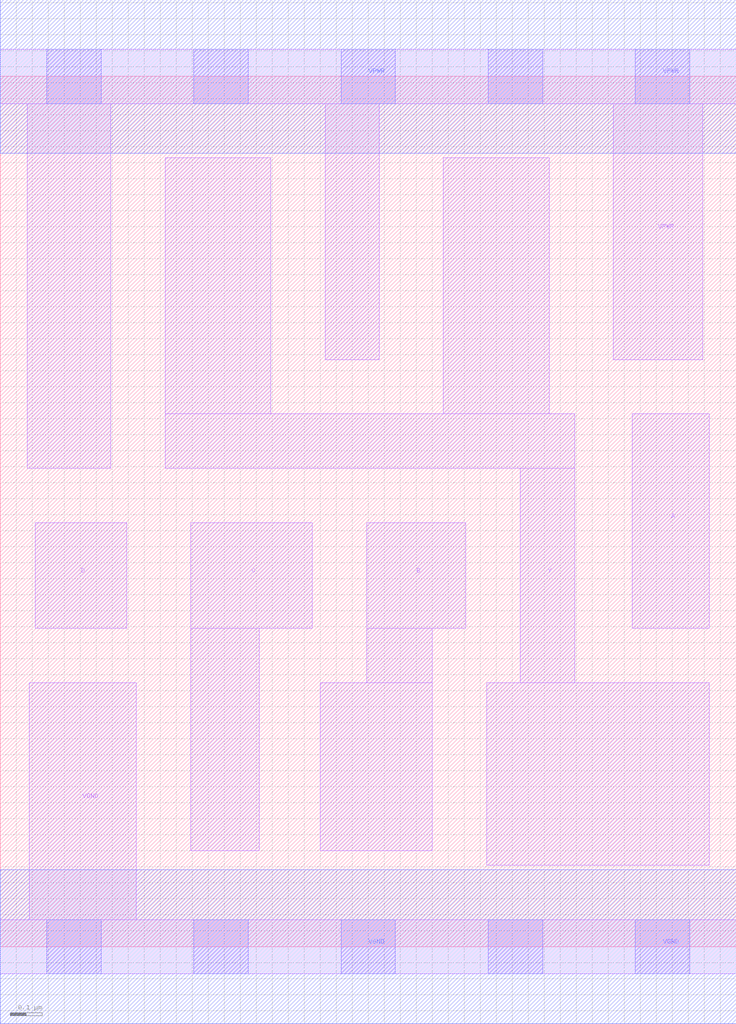
<source format=lef>
# Copyright 2020 The SkyWater PDK Authors
#
# Licensed under the Apache License, Version 2.0 (the "License");
# you may not use this file except in compliance with the License.
# You may obtain a copy of the License at
#
#     https://www.apache.org/licenses/LICENSE-2.0
#
# Unless required by applicable law or agreed to in writing, software
# distributed under the License is distributed on an "AS IS" BASIS,
# WITHOUT WARRANTIES OR CONDITIONS OF ANY KIND, either express or implied.
# See the License for the specific language governing permissions and
# limitations under the License.
#
# SPDX-License-Identifier: Apache-2.0

VERSION 5.7 ;
  NAMESCASESENSITIVE ON ;
  NOWIREEXTENSIONATPIN ON ;
  DIVIDERCHAR "/" ;
  BUSBITCHARS "[]" ;
UNITS
  DATABASE MICRONS 200 ;
END UNITS
MACRO sky130_fd_sc_hd__nand4_1
  CLASS CORE ;
  SOURCE USER ;
  FOREIGN sky130_fd_sc_hd__nand4_1 ;
  ORIGIN  0.000000  0.000000 ;
  SIZE  2.300000 BY  2.720000 ;
  SYMMETRY X Y R90 ;
  SITE unithd ;
  PIN A
    ANTENNAGATEAREA  0.247500 ;
    DIRECTION INPUT ;
    USE SIGNAL ;
    PORT
      LAYER li1 ;
        RECT 1.975000 0.995000 2.215000 1.665000 ;
    END
  END A
  PIN B
    ANTENNAGATEAREA  0.247500 ;
    DIRECTION INPUT ;
    USE SIGNAL ;
    PORT
      LAYER li1 ;
        RECT 1.000000 0.300000 1.350000 0.825000 ;
        RECT 1.145000 0.825000 1.350000 0.995000 ;
        RECT 1.145000 0.995000 1.455000 1.325000 ;
    END
  END B
  PIN C
    ANTENNAGATEAREA  0.247500 ;
    DIRECTION INPUT ;
    USE SIGNAL ;
    PORT
      LAYER li1 ;
        RECT 0.595000 0.300000 0.810000 0.995000 ;
        RECT 0.595000 0.995000 0.975000 1.325000 ;
    END
  END C
  PIN D
    ANTENNAGATEAREA  0.247500 ;
    DIRECTION INPUT ;
    USE SIGNAL ;
    PORT
      LAYER li1 ;
        RECT 0.110000 0.995000 0.395000 1.325000 ;
    END
  END D
  PIN Y
    ANTENNADIFFAREA  0.795000 ;
    DIRECTION OUTPUT ;
    USE SIGNAL ;
    PORT
      LAYER li1 ;
        RECT 0.515000 1.495000 1.795000 1.665000 ;
        RECT 0.515000 1.665000 0.845000 2.465000 ;
        RECT 1.385000 1.665000 1.715000 2.465000 ;
        RECT 1.520000 0.255000 2.215000 0.825000 ;
        RECT 1.625000 0.825000 1.795000 1.495000 ;
    END
  END Y
  PIN VGND
    DIRECTION INOUT ;
    SHAPE ABUTMENT ;
    USE GROUND ;
    PORT
      LAYER li1 ;
        RECT 0.000000 -0.085000 2.300000 0.085000 ;
        RECT 0.090000  0.085000 0.425000 0.825000 ;
      LAYER mcon ;
        RECT 0.145000 -0.085000 0.315000 0.085000 ;
        RECT 0.605000 -0.085000 0.775000 0.085000 ;
        RECT 1.065000 -0.085000 1.235000 0.085000 ;
        RECT 1.525000 -0.085000 1.695000 0.085000 ;
        RECT 1.985000 -0.085000 2.155000 0.085000 ;
      LAYER met1 ;
        RECT 0.000000 -0.240000 2.300000 0.240000 ;
    END
  END VGND
  PIN VPWR
    DIRECTION INOUT ;
    SHAPE ABUTMENT ;
    USE POWER ;
    PORT
      LAYER li1 ;
        RECT 0.000000 2.635000 2.300000 2.805000 ;
        RECT 0.085000 1.495000 0.345000 2.635000 ;
        RECT 1.015000 1.835000 1.185000 2.635000 ;
        RECT 1.915000 1.835000 2.195000 2.635000 ;
      LAYER mcon ;
        RECT 0.145000 2.635000 0.315000 2.805000 ;
        RECT 0.605000 2.635000 0.775000 2.805000 ;
        RECT 1.065000 2.635000 1.235000 2.805000 ;
        RECT 1.525000 2.635000 1.695000 2.805000 ;
        RECT 1.985000 2.635000 2.155000 2.805000 ;
      LAYER met1 ;
        RECT 0.000000 2.480000 2.300000 2.960000 ;
    END
  END VPWR
END sky130_fd_sc_hd__nand4_1
END LIBRARY

</source>
